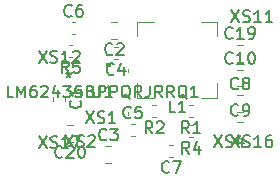
<source format=gbr>
G04 #@! TF.GenerationSoftware,KiCad,Pcbnew,(5.1.9)-1*
G04 #@! TF.CreationDate,2021-08-28T05:14:42+03:00*
G04 #@! TF.ProjectId,Strobe_Module,5374726f-6265-45f4-9d6f-64756c652e6b,0000*
G04 #@! TF.SameCoordinates,Original*
G04 #@! TF.FileFunction,Legend,Top*
G04 #@! TF.FilePolarity,Positive*
%FSLAX46Y46*%
G04 Gerber Fmt 4.6, Leading zero omitted, Abs format (unit mm)*
G04 Created by KiCad (PCBNEW (5.1.9)-1) date 2021-08-28 05:14:42*
%MOMM*%
%LPD*%
G01*
G04 APERTURE LIST*
%ADD10C,0.120000*%
%ADD11C,0.100000*%
%ADD12C,0.150000*%
G04 APERTURE END LIST*
D10*
X1038731000Y-1003416521D02*
X1038731000Y-1003742079D01*
X1039751000Y-1003416521D02*
X1039751000Y-1003742079D01*
X1044175478Y-998498200D02*
X1043658322Y-998498200D01*
X1044175478Y-997078200D02*
X1043658322Y-997078200D01*
X1043150322Y-1007593800D02*
X1043667478Y-1007593800D01*
X1043150322Y-1009013800D02*
X1043667478Y-1009013800D01*
X1044204279Y-1000203200D02*
X1043878721Y-1000203200D01*
X1044204279Y-999183200D02*
X1043878721Y-999183200D01*
X1054300922Y-1004695800D02*
X1054818078Y-1004695800D01*
X1054300922Y-1003275800D02*
X1054818078Y-1003275800D01*
X1054298622Y-1005511000D02*
X1054815778Y-1005511000D01*
X1054298622Y-1006931000D02*
X1054815778Y-1006931000D01*
X1054300922Y-1001116800D02*
X1054818078Y-1001116800D01*
X1054300922Y-1002536800D02*
X1054818078Y-1002536800D01*
X1050554279Y-1005130800D02*
X1050228721Y-1005130800D01*
X1050554279Y-1004110800D02*
X1050228721Y-1004110800D01*
X1047455479Y-1004110800D02*
X1047129921Y-1004110800D01*
X1047455479Y-1005130800D02*
X1047129921Y-1005130800D01*
X1050579879Y-1006858000D02*
X1050254321Y-1006858000D01*
X1050579879Y-1005838000D02*
X1050254321Y-1005838000D01*
X1040368879Y-1000025400D02*
X1040043321Y-1000025400D01*
X1040368879Y-999005400D02*
X1040043321Y-999005400D01*
X1045301121Y-1005711000D02*
X1045626679Y-1005711000D01*
X1045301121Y-1006731000D02*
X1045626679Y-1006731000D01*
X1040297321Y-997100400D02*
X1040622879Y-997100400D01*
X1040297321Y-998120400D02*
X1040622879Y-998120400D01*
X1048877879Y-1008483600D02*
X1048552321Y-1008483600D01*
X1048877879Y-1007463600D02*
X1048552321Y-1007463600D01*
X1045835400Y-997077400D02*
X1045835400Y-998277400D01*
X1045835400Y-997077400D02*
X1047235400Y-997077400D01*
X1052635400Y-997077400D02*
X1051235400Y-997077400D01*
X1052635400Y-997077400D02*
X1052635400Y-998277400D01*
X1052635400Y-1003477400D02*
X1052635400Y-1002277400D01*
X1045835400Y-1003477400D02*
X1045835400Y-1002277400D01*
X1052635400Y-1003477400D02*
X1051235400Y-1003477400D01*
X1045835400Y-1003477400D02*
X1047235400Y-1003477400D01*
X1054300922Y-999008600D02*
X1054818078Y-999008600D01*
X1054300922Y-1000428600D02*
X1054818078Y-1000428600D01*
X1040416278Y-1007210400D02*
X1039899122Y-1007210400D01*
X1040416278Y-1005790400D02*
X1039899122Y-1005790400D01*
X1045066099Y-1004699540D02*
X1045066099Y-1004944000D01*
X1045066099Y-1001083200D02*
X1045066099Y-1001327660D01*
D11*
G36*
X1043203898Y-1000804001D02*
G01*
X1043203898Y-1000550001D01*
X1043584898Y-1000550001D01*
X1043584898Y-1000804001D01*
X1043203898Y-1000804001D01*
G37*
X1043203898Y-1000804001D02*
X1043203898Y-1000550001D01*
X1043584898Y-1000550001D01*
X1043584898Y-1000804001D01*
X1043203898Y-1000804001D01*
D12*
X1041028142Y-1003745966D02*
X1041075761Y-1003793585D01*
X1041123380Y-1003936442D01*
X1041123380Y-1004031680D01*
X1041075761Y-1004174538D01*
X1040980523Y-1004269776D01*
X1040885285Y-1004317395D01*
X1040694809Y-1004365014D01*
X1040551952Y-1004365014D01*
X1040361476Y-1004317395D01*
X1040266238Y-1004269776D01*
X1040171000Y-1004174538D01*
X1040123380Y-1004031680D01*
X1040123380Y-1003936442D01*
X1040171000Y-1003793585D01*
X1040218619Y-1003745966D01*
X1041123380Y-1002793585D02*
X1041123380Y-1003365014D01*
X1041123380Y-1003079300D02*
X1040123380Y-1003079300D01*
X1040266238Y-1003174538D01*
X1040361476Y-1003269776D01*
X1040409095Y-1003365014D01*
X1043750233Y-999795342D02*
X1043702614Y-999842961D01*
X1043559757Y-999890580D01*
X1043464519Y-999890580D01*
X1043321661Y-999842961D01*
X1043226423Y-999747723D01*
X1043178804Y-999652485D01*
X1043131185Y-999462009D01*
X1043131185Y-999319152D01*
X1043178804Y-999128676D01*
X1043226423Y-999033438D01*
X1043321661Y-998938200D01*
X1043464519Y-998890580D01*
X1043559757Y-998890580D01*
X1043702614Y-998938200D01*
X1043750233Y-998985819D01*
X1044131185Y-998985819D02*
X1044178804Y-998938200D01*
X1044274042Y-998890580D01*
X1044512138Y-998890580D01*
X1044607376Y-998938200D01*
X1044654995Y-998985819D01*
X1044702614Y-999081057D01*
X1044702614Y-999176295D01*
X1044654995Y-999319152D01*
X1044083566Y-999890580D01*
X1044702614Y-999890580D01*
X1043242233Y-1007010942D02*
X1043194614Y-1007058561D01*
X1043051757Y-1007106180D01*
X1042956519Y-1007106180D01*
X1042813661Y-1007058561D01*
X1042718423Y-1006963323D01*
X1042670804Y-1006868085D01*
X1042623185Y-1006677609D01*
X1042623185Y-1006534752D01*
X1042670804Y-1006344276D01*
X1042718423Y-1006249038D01*
X1042813661Y-1006153800D01*
X1042956519Y-1006106180D01*
X1043051757Y-1006106180D01*
X1043194614Y-1006153800D01*
X1043242233Y-1006201419D01*
X1043575566Y-1006106180D02*
X1044194614Y-1006106180D01*
X1043861280Y-1006487133D01*
X1044004138Y-1006487133D01*
X1044099376Y-1006534752D01*
X1044146995Y-1006582371D01*
X1044194614Y-1006677609D01*
X1044194614Y-1006915704D01*
X1044146995Y-1007010942D01*
X1044099376Y-1007058561D01*
X1044004138Y-1007106180D01*
X1043718423Y-1007106180D01*
X1043623185Y-1007058561D01*
X1043575566Y-1007010942D01*
X1043874833Y-1001480342D02*
X1043827214Y-1001527961D01*
X1043684357Y-1001575580D01*
X1043589119Y-1001575580D01*
X1043446261Y-1001527961D01*
X1043351023Y-1001432723D01*
X1043303404Y-1001337485D01*
X1043255785Y-1001147009D01*
X1043255785Y-1001004152D01*
X1043303404Y-1000813676D01*
X1043351023Y-1000718438D01*
X1043446261Y-1000623200D01*
X1043589119Y-1000575580D01*
X1043684357Y-1000575580D01*
X1043827214Y-1000623200D01*
X1043874833Y-1000670819D01*
X1044731976Y-1000908914D02*
X1044731976Y-1001575580D01*
X1044493880Y-1000527961D02*
X1044255785Y-1001242247D01*
X1044874833Y-1001242247D01*
X1054392833Y-1002692942D02*
X1054345214Y-1002740561D01*
X1054202357Y-1002788180D01*
X1054107119Y-1002788180D01*
X1053964261Y-1002740561D01*
X1053869023Y-1002645323D01*
X1053821404Y-1002550085D01*
X1053773785Y-1002359609D01*
X1053773785Y-1002216752D01*
X1053821404Y-1002026276D01*
X1053869023Y-1001931038D01*
X1053964261Y-1001835800D01*
X1054107119Y-1001788180D01*
X1054202357Y-1001788180D01*
X1054345214Y-1001835800D01*
X1054392833Y-1001883419D01*
X1054964261Y-1002216752D02*
X1054869023Y-1002169133D01*
X1054821404Y-1002121514D01*
X1054773785Y-1002026276D01*
X1054773785Y-1001978657D01*
X1054821404Y-1001883419D01*
X1054869023Y-1001835800D01*
X1054964261Y-1001788180D01*
X1055154738Y-1001788180D01*
X1055249976Y-1001835800D01*
X1055297595Y-1001883419D01*
X1055345214Y-1001978657D01*
X1055345214Y-1002026276D01*
X1055297595Y-1002121514D01*
X1055249976Y-1002169133D01*
X1055154738Y-1002216752D01*
X1054964261Y-1002216752D01*
X1054869023Y-1002264371D01*
X1054821404Y-1002311990D01*
X1054773785Y-1002407228D01*
X1054773785Y-1002597704D01*
X1054821404Y-1002692942D01*
X1054869023Y-1002740561D01*
X1054964261Y-1002788180D01*
X1055154738Y-1002788180D01*
X1055249976Y-1002740561D01*
X1055297595Y-1002692942D01*
X1055345214Y-1002597704D01*
X1055345214Y-1002407228D01*
X1055297595Y-1002311990D01*
X1055249976Y-1002264371D01*
X1055154738Y-1002216752D01*
X1054390533Y-1004928142D02*
X1054342914Y-1004975761D01*
X1054200057Y-1005023380D01*
X1054104819Y-1005023380D01*
X1053961961Y-1004975761D01*
X1053866723Y-1004880523D01*
X1053819104Y-1004785285D01*
X1053771485Y-1004594809D01*
X1053771485Y-1004451952D01*
X1053819104Y-1004261476D01*
X1053866723Y-1004166238D01*
X1053961961Y-1004071000D01*
X1054104819Y-1004023380D01*
X1054200057Y-1004023380D01*
X1054342914Y-1004071000D01*
X1054390533Y-1004118619D01*
X1054866723Y-1005023380D02*
X1055057200Y-1005023380D01*
X1055152438Y-1004975761D01*
X1055200057Y-1004928142D01*
X1055295295Y-1004785285D01*
X1055342914Y-1004594809D01*
X1055342914Y-1004213857D01*
X1055295295Y-1004118619D01*
X1055247676Y-1004071000D01*
X1055152438Y-1004023380D01*
X1054961961Y-1004023380D01*
X1054866723Y-1004071000D01*
X1054819104Y-1004118619D01*
X1054771485Y-1004213857D01*
X1054771485Y-1004451952D01*
X1054819104Y-1004547190D01*
X1054866723Y-1004594809D01*
X1054961961Y-1004642428D01*
X1055152438Y-1004642428D01*
X1055247676Y-1004594809D01*
X1055295295Y-1004547190D01*
X1055342914Y-1004451952D01*
X1053916642Y-1000533942D02*
X1053869023Y-1000581561D01*
X1053726166Y-1000629180D01*
X1053630928Y-1000629180D01*
X1053488071Y-1000581561D01*
X1053392833Y-1000486323D01*
X1053345214Y-1000391085D01*
X1053297595Y-1000200609D01*
X1053297595Y-1000057752D01*
X1053345214Y-999867276D01*
X1053392833Y-999772038D01*
X1053488071Y-999676800D01*
X1053630928Y-999629180D01*
X1053726166Y-999629180D01*
X1053869023Y-999676800D01*
X1053916642Y-999724419D01*
X1054869023Y-1000629180D02*
X1054297595Y-1000629180D01*
X1054583309Y-1000629180D02*
X1054583309Y-999629180D01*
X1054488071Y-999772038D01*
X1054392833Y-999867276D01*
X1054297595Y-999914895D01*
X1055488071Y-999629180D02*
X1055583309Y-999629180D01*
X1055678547Y-999676800D01*
X1055726166Y-999724419D01*
X1055773785Y-999819657D01*
X1055821404Y-1000010133D01*
X1055821404Y-1000248228D01*
X1055773785Y-1000438704D01*
X1055726166Y-1000533942D01*
X1055678547Y-1000581561D01*
X1055583309Y-1000629180D01*
X1055488071Y-1000629180D01*
X1055392833Y-1000581561D01*
X1055345214Y-1000533942D01*
X1055297595Y-1000438704D01*
X1055249976Y-1000248228D01*
X1055249976Y-1000010133D01*
X1055297595Y-999819657D01*
X1055345214Y-999724419D01*
X1055392833Y-999676800D01*
X1055488071Y-999629180D01*
X1050224833Y-1006503180D02*
X1049891500Y-1006026990D01*
X1049653404Y-1006503180D02*
X1049653404Y-1005503180D01*
X1050034357Y-1005503180D01*
X1050129595Y-1005550800D01*
X1050177214Y-1005598419D01*
X1050224833Y-1005693657D01*
X1050224833Y-1005836514D01*
X1050177214Y-1005931752D01*
X1050129595Y-1005979371D01*
X1050034357Y-1006026990D01*
X1049653404Y-1006026990D01*
X1051177214Y-1006503180D02*
X1050605785Y-1006503180D01*
X1050891500Y-1006503180D02*
X1050891500Y-1005503180D01*
X1050796261Y-1005646038D01*
X1050701023Y-1005741276D01*
X1050605785Y-1005788895D01*
X1047126033Y-1006503180D02*
X1046792700Y-1006026990D01*
X1046554604Y-1006503180D02*
X1046554604Y-1005503180D01*
X1046935557Y-1005503180D01*
X1047030795Y-1005550800D01*
X1047078414Y-1005598419D01*
X1047126033Y-1005693657D01*
X1047126033Y-1005836514D01*
X1047078414Y-1005931752D01*
X1047030795Y-1005979371D01*
X1046935557Y-1006026990D01*
X1046554604Y-1006026990D01*
X1047506985Y-1005598419D02*
X1047554604Y-1005550800D01*
X1047649842Y-1005503180D01*
X1047887938Y-1005503180D01*
X1047983176Y-1005550800D01*
X1048030795Y-1005598419D01*
X1048078414Y-1005693657D01*
X1048078414Y-1005788895D01*
X1048030795Y-1005931752D01*
X1047459366Y-1006503180D01*
X1048078414Y-1006503180D01*
X1050250433Y-1008230380D02*
X1049917100Y-1007754190D01*
X1049679004Y-1008230380D02*
X1049679004Y-1007230380D01*
X1050059957Y-1007230380D01*
X1050155195Y-1007278000D01*
X1050202814Y-1007325619D01*
X1050250433Y-1007420857D01*
X1050250433Y-1007563714D01*
X1050202814Y-1007658952D01*
X1050155195Y-1007706571D01*
X1050059957Y-1007754190D01*
X1049679004Y-1007754190D01*
X1051107576Y-1007563714D02*
X1051107576Y-1008230380D01*
X1050869480Y-1007182761D02*
X1050631385Y-1007897047D01*
X1051250433Y-1007897047D01*
X1040039433Y-1001397780D02*
X1039706100Y-1000921590D01*
X1039468004Y-1001397780D02*
X1039468004Y-1000397780D01*
X1039848957Y-1000397780D01*
X1039944195Y-1000445400D01*
X1039991814Y-1000493019D01*
X1040039433Y-1000588257D01*
X1040039433Y-1000731114D01*
X1039991814Y-1000826352D01*
X1039944195Y-1000873971D01*
X1039848957Y-1000921590D01*
X1039468004Y-1000921590D01*
X1040944195Y-1000397780D02*
X1040468004Y-1000397780D01*
X1040420385Y-1000873971D01*
X1040468004Y-1000826352D01*
X1040563242Y-1000778733D01*
X1040801338Y-1000778733D01*
X1040896576Y-1000826352D01*
X1040944195Y-1000873971D01*
X1040991814Y-1000969209D01*
X1040991814Y-1001207304D01*
X1040944195Y-1001302542D01*
X1040896576Y-1001350161D01*
X1040801338Y-1001397780D01*
X1040563242Y-1001397780D01*
X1040468004Y-1001350161D01*
X1040420385Y-1001302542D01*
X1045297233Y-1005148142D02*
X1045249614Y-1005195761D01*
X1045106757Y-1005243380D01*
X1045011519Y-1005243380D01*
X1044868661Y-1005195761D01*
X1044773423Y-1005100523D01*
X1044725804Y-1005005285D01*
X1044678185Y-1004814809D01*
X1044678185Y-1004671952D01*
X1044725804Y-1004481476D01*
X1044773423Y-1004386238D01*
X1044868661Y-1004291000D01*
X1045011519Y-1004243380D01*
X1045106757Y-1004243380D01*
X1045249614Y-1004291000D01*
X1045297233Y-1004338619D01*
X1046201995Y-1004243380D02*
X1045725804Y-1004243380D01*
X1045678185Y-1004719571D01*
X1045725804Y-1004671952D01*
X1045821042Y-1004624333D01*
X1046059138Y-1004624333D01*
X1046154376Y-1004671952D01*
X1046201995Y-1004719571D01*
X1046249614Y-1004814809D01*
X1046249614Y-1005052904D01*
X1046201995Y-1005148142D01*
X1046154376Y-1005195761D01*
X1046059138Y-1005243380D01*
X1045821042Y-1005243380D01*
X1045725804Y-1005195761D01*
X1045678185Y-1005148142D01*
X1041485885Y-1004649580D02*
X1042152552Y-1005649580D01*
X1042152552Y-1004649580D02*
X1041485885Y-1005649580D01*
X1042485885Y-1005601961D02*
X1042628742Y-1005649580D01*
X1042866838Y-1005649580D01*
X1042962076Y-1005601961D01*
X1043009695Y-1005554342D01*
X1043057314Y-1005459104D01*
X1043057314Y-1005363866D01*
X1043009695Y-1005268628D01*
X1042962076Y-1005221009D01*
X1042866838Y-1005173390D01*
X1042676361Y-1005125771D01*
X1042581123Y-1005078152D01*
X1042533504Y-1005030533D01*
X1042485885Y-1004935295D01*
X1042485885Y-1004840057D01*
X1042533504Y-1004744819D01*
X1042581123Y-1004697200D01*
X1042676361Y-1004649580D01*
X1042914457Y-1004649580D01*
X1043057314Y-1004697200D01*
X1044009695Y-1005649580D02*
X1043438266Y-1005649580D01*
X1043723980Y-1005649580D02*
X1043723980Y-1004649580D01*
X1043628742Y-1004792438D01*
X1043533504Y-1004887676D01*
X1043438266Y-1004935295D01*
X1039733285Y-1006656180D02*
X1040399952Y-1007656180D01*
X1040399952Y-1006656180D02*
X1039733285Y-1007656180D01*
X1040733285Y-1007608561D02*
X1040876142Y-1007656180D01*
X1041114238Y-1007656180D01*
X1041209476Y-1007608561D01*
X1041257095Y-1007560942D01*
X1041304714Y-1007465704D01*
X1041304714Y-1007370466D01*
X1041257095Y-1007275228D01*
X1041209476Y-1007227609D01*
X1041114238Y-1007179990D01*
X1040923761Y-1007132371D01*
X1040828523Y-1007084752D01*
X1040780904Y-1007037133D01*
X1040733285Y-1006941895D01*
X1040733285Y-1006846657D01*
X1040780904Y-1006751419D01*
X1040828523Y-1006703800D01*
X1040923761Y-1006656180D01*
X1041161857Y-1006656180D01*
X1041304714Y-1006703800D01*
X1041685666Y-1006751419D02*
X1041733285Y-1006703800D01*
X1041828523Y-1006656180D01*
X1042066619Y-1006656180D01*
X1042161857Y-1006703800D01*
X1042209476Y-1006751419D01*
X1042257095Y-1006846657D01*
X1042257095Y-1006941895D01*
X1042209476Y-1007084752D01*
X1041638047Y-1007656180D01*
X1042257095Y-1007656180D01*
X1052331685Y-1006681580D02*
X1052998352Y-1007681580D01*
X1052998352Y-1006681580D02*
X1052331685Y-1007681580D01*
X1053331685Y-1007633961D02*
X1053474542Y-1007681580D01*
X1053712638Y-1007681580D01*
X1053807876Y-1007633961D01*
X1053855495Y-1007586342D01*
X1053903114Y-1007491104D01*
X1053903114Y-1007395866D01*
X1053855495Y-1007300628D01*
X1053807876Y-1007253009D01*
X1053712638Y-1007205390D01*
X1053522161Y-1007157771D01*
X1053426923Y-1007110152D01*
X1053379304Y-1007062533D01*
X1053331685Y-1006967295D01*
X1053331685Y-1006872057D01*
X1053379304Y-1006776819D01*
X1053426923Y-1006729200D01*
X1053522161Y-1006681580D01*
X1053760257Y-1006681580D01*
X1053903114Y-1006729200D01*
X1054760257Y-1007014914D02*
X1054760257Y-1007681580D01*
X1054522161Y-1006633961D02*
X1054284066Y-1007348247D01*
X1054903114Y-1007348247D01*
X1053811295Y-996089780D02*
X1054477961Y-997089780D01*
X1054477961Y-996089780D02*
X1053811295Y-997089780D01*
X1054811295Y-997042161D02*
X1054954152Y-997089780D01*
X1055192247Y-997089780D01*
X1055287485Y-997042161D01*
X1055335104Y-996994542D01*
X1055382723Y-996899304D01*
X1055382723Y-996804066D01*
X1055335104Y-996708828D01*
X1055287485Y-996661209D01*
X1055192247Y-996613590D01*
X1055001771Y-996565971D01*
X1054906533Y-996518352D01*
X1054858914Y-996470733D01*
X1054811295Y-996375495D01*
X1054811295Y-996280257D01*
X1054858914Y-996185019D01*
X1054906533Y-996137400D01*
X1055001771Y-996089780D01*
X1055239866Y-996089780D01*
X1055382723Y-996137400D01*
X1056335104Y-997089780D02*
X1055763676Y-997089780D01*
X1056049390Y-997089780D02*
X1056049390Y-996089780D01*
X1055954152Y-996232638D01*
X1055858914Y-996327876D01*
X1055763676Y-996375495D01*
X1057287485Y-997089780D02*
X1056716057Y-997089780D01*
X1057001771Y-997089780D02*
X1057001771Y-996089780D01*
X1056906533Y-996232638D01*
X1056811295Y-996327876D01*
X1056716057Y-996375495D01*
X1037504495Y-999518780D02*
X1038171161Y-1000518780D01*
X1038171161Y-999518780D02*
X1037504495Y-1000518780D01*
X1038504495Y-1000471161D02*
X1038647352Y-1000518780D01*
X1038885447Y-1000518780D01*
X1038980685Y-1000471161D01*
X1039028304Y-1000423542D01*
X1039075923Y-1000328304D01*
X1039075923Y-1000233066D01*
X1039028304Y-1000137828D01*
X1038980685Y-1000090209D01*
X1038885447Y-1000042590D01*
X1038694971Y-999994971D01*
X1038599733Y-999947352D01*
X1038552114Y-999899733D01*
X1038504495Y-999804495D01*
X1038504495Y-999709257D01*
X1038552114Y-999614019D01*
X1038599733Y-999566400D01*
X1038694971Y-999518780D01*
X1038933066Y-999518780D01*
X1039075923Y-999566400D01*
X1040028304Y-1000518780D02*
X1039456876Y-1000518780D01*
X1039742590Y-1000518780D02*
X1039742590Y-999518780D01*
X1039647352Y-999661638D01*
X1039552114Y-999756876D01*
X1039456876Y-999804495D01*
X1040409257Y-999614019D02*
X1040456876Y-999566400D01*
X1040552114Y-999518780D01*
X1040790209Y-999518780D01*
X1040885447Y-999566400D01*
X1040933066Y-999614019D01*
X1040980685Y-999709257D01*
X1040980685Y-999804495D01*
X1040933066Y-999947352D01*
X1040361638Y-1000518780D01*
X1040980685Y-1000518780D01*
X1053811295Y-1006681580D02*
X1054477961Y-1007681580D01*
X1054477961Y-1006681580D02*
X1053811295Y-1007681580D01*
X1054811295Y-1007633961D02*
X1054954152Y-1007681580D01*
X1055192247Y-1007681580D01*
X1055287485Y-1007633961D01*
X1055335104Y-1007586342D01*
X1055382723Y-1007491104D01*
X1055382723Y-1007395866D01*
X1055335104Y-1007300628D01*
X1055287485Y-1007253009D01*
X1055192247Y-1007205390D01*
X1055001771Y-1007157771D01*
X1054906533Y-1007110152D01*
X1054858914Y-1007062533D01*
X1054811295Y-1006967295D01*
X1054811295Y-1006872057D01*
X1054858914Y-1006776819D01*
X1054906533Y-1006729200D01*
X1055001771Y-1006681580D01*
X1055239866Y-1006681580D01*
X1055382723Y-1006729200D01*
X1056335104Y-1007681580D02*
X1055763676Y-1007681580D01*
X1056049390Y-1007681580D02*
X1056049390Y-1006681580D01*
X1055954152Y-1006824438D01*
X1055858914Y-1006919676D01*
X1055763676Y-1006967295D01*
X1057192247Y-1006681580D02*
X1057001771Y-1006681580D01*
X1056906533Y-1006729200D01*
X1056858914Y-1006776819D01*
X1056763676Y-1006919676D01*
X1056716057Y-1007110152D01*
X1056716057Y-1007491104D01*
X1056763676Y-1007586342D01*
X1056811295Y-1007633961D01*
X1056906533Y-1007681580D01*
X1057097009Y-1007681580D01*
X1057192247Y-1007633961D01*
X1057239866Y-1007586342D01*
X1057287485Y-1007491104D01*
X1057287485Y-1007253009D01*
X1057239866Y-1007157771D01*
X1057192247Y-1007110152D01*
X1057097009Y-1007062533D01*
X1056906533Y-1007062533D01*
X1056811295Y-1007110152D01*
X1056763676Y-1007157771D01*
X1056716057Y-1007253009D01*
X1037504495Y-1006732180D02*
X1038171161Y-1007732180D01*
X1038171161Y-1006732180D02*
X1037504495Y-1007732180D01*
X1038504495Y-1007684561D02*
X1038647352Y-1007732180D01*
X1038885447Y-1007732180D01*
X1038980685Y-1007684561D01*
X1039028304Y-1007636942D01*
X1039075923Y-1007541704D01*
X1039075923Y-1007446466D01*
X1039028304Y-1007351228D01*
X1038980685Y-1007303609D01*
X1038885447Y-1007255990D01*
X1038694971Y-1007208371D01*
X1038599733Y-1007160752D01*
X1038552114Y-1007113133D01*
X1038504495Y-1007017895D01*
X1038504495Y-1006922657D01*
X1038552114Y-1006827419D01*
X1038599733Y-1006779800D01*
X1038694971Y-1006732180D01*
X1038933066Y-1006732180D01*
X1039075923Y-1006779800D01*
X1040028304Y-1007732180D02*
X1039456876Y-1007732180D01*
X1039742590Y-1007732180D02*
X1039742590Y-1006732180D01*
X1039647352Y-1006875038D01*
X1039552114Y-1006970276D01*
X1039456876Y-1007017895D01*
X1040361638Y-1006732180D02*
X1041028304Y-1006732180D01*
X1040599733Y-1007732180D01*
X1040293433Y-996537542D02*
X1040245814Y-996585161D01*
X1040102957Y-996632780D01*
X1040007719Y-996632780D01*
X1039864861Y-996585161D01*
X1039769623Y-996489923D01*
X1039722004Y-996394685D01*
X1039674385Y-996204209D01*
X1039674385Y-996061352D01*
X1039722004Y-995870876D01*
X1039769623Y-995775638D01*
X1039864861Y-995680400D01*
X1040007719Y-995632780D01*
X1040102957Y-995632780D01*
X1040245814Y-995680400D01*
X1040293433Y-995728019D01*
X1041150576Y-995632780D02*
X1040960100Y-995632780D01*
X1040864861Y-995680400D01*
X1040817242Y-995728019D01*
X1040722004Y-995870876D01*
X1040674385Y-996061352D01*
X1040674385Y-996442304D01*
X1040722004Y-996537542D01*
X1040769623Y-996585161D01*
X1040864861Y-996632780D01*
X1041055338Y-996632780D01*
X1041150576Y-996585161D01*
X1041198195Y-996537542D01*
X1041245814Y-996442304D01*
X1041245814Y-996204209D01*
X1041198195Y-996108971D01*
X1041150576Y-996061352D01*
X1041055338Y-996013733D01*
X1040864861Y-996013733D01*
X1040769623Y-996061352D01*
X1040722004Y-996108971D01*
X1040674385Y-996204209D01*
X1048548433Y-1009760742D02*
X1048500814Y-1009808361D01*
X1048357957Y-1009855980D01*
X1048262719Y-1009855980D01*
X1048119861Y-1009808361D01*
X1048024623Y-1009713123D01*
X1047977004Y-1009617885D01*
X1047929385Y-1009427409D01*
X1047929385Y-1009284552D01*
X1047977004Y-1009094076D01*
X1048024623Y-1008998838D01*
X1048119861Y-1008903600D01*
X1048262719Y-1008855980D01*
X1048357957Y-1008855980D01*
X1048500814Y-1008903600D01*
X1048548433Y-1008951219D01*
X1048881766Y-1008855980D02*
X1049548433Y-1008855980D01*
X1049119861Y-1009855980D01*
X1049068733Y-1004729780D02*
X1048592542Y-1004729780D01*
X1048592542Y-1003729780D01*
X1049925876Y-1004729780D02*
X1049354447Y-1004729780D01*
X1049640161Y-1004729780D02*
X1049640161Y-1003729780D01*
X1049544923Y-1003872638D01*
X1049449685Y-1003967876D01*
X1049354447Y-1004015495D01*
X1053916642Y-998425742D02*
X1053869023Y-998473361D01*
X1053726166Y-998520980D01*
X1053630928Y-998520980D01*
X1053488071Y-998473361D01*
X1053392833Y-998378123D01*
X1053345214Y-998282885D01*
X1053297595Y-998092409D01*
X1053297595Y-997949552D01*
X1053345214Y-997759076D01*
X1053392833Y-997663838D01*
X1053488071Y-997568600D01*
X1053630928Y-997520980D01*
X1053726166Y-997520980D01*
X1053869023Y-997568600D01*
X1053916642Y-997616219D01*
X1054869023Y-998520980D02*
X1054297595Y-998520980D01*
X1054583309Y-998520980D02*
X1054583309Y-997520980D01*
X1054488071Y-997663838D01*
X1054392833Y-997759076D01*
X1054297595Y-997806695D01*
X1055345214Y-998520980D02*
X1055535690Y-998520980D01*
X1055630928Y-998473361D01*
X1055678547Y-998425742D01*
X1055773785Y-998282885D01*
X1055821404Y-998092409D01*
X1055821404Y-997711457D01*
X1055773785Y-997616219D01*
X1055726166Y-997568600D01*
X1055630928Y-997520980D01*
X1055440452Y-997520980D01*
X1055345214Y-997568600D01*
X1055297595Y-997616219D01*
X1055249976Y-997711457D01*
X1055249976Y-997949552D01*
X1055297595Y-998044790D01*
X1055345214Y-998092409D01*
X1055440452Y-998140028D01*
X1055630928Y-998140028D01*
X1055726166Y-998092409D01*
X1055773785Y-998044790D01*
X1055821404Y-997949552D01*
X1039514842Y-1008507542D02*
X1039467223Y-1008555161D01*
X1039324366Y-1008602780D01*
X1039229128Y-1008602780D01*
X1039086271Y-1008555161D01*
X1038991033Y-1008459923D01*
X1038943414Y-1008364685D01*
X1038895795Y-1008174209D01*
X1038895795Y-1008031352D01*
X1038943414Y-1007840876D01*
X1038991033Y-1007745638D01*
X1039086271Y-1007650400D01*
X1039229128Y-1007602780D01*
X1039324366Y-1007602780D01*
X1039467223Y-1007650400D01*
X1039514842Y-1007698019D01*
X1039895795Y-1007698019D02*
X1039943414Y-1007650400D01*
X1040038652Y-1007602780D01*
X1040276747Y-1007602780D01*
X1040371985Y-1007650400D01*
X1040419604Y-1007698019D01*
X1040467223Y-1007793257D01*
X1040467223Y-1007888495D01*
X1040419604Y-1008031352D01*
X1039848176Y-1008602780D01*
X1040467223Y-1008602780D01*
X1041086271Y-1007602780D02*
X1041181509Y-1007602780D01*
X1041276747Y-1007650400D01*
X1041324366Y-1007698019D01*
X1041371985Y-1007793257D01*
X1041419604Y-1007983733D01*
X1041419604Y-1008221828D01*
X1041371985Y-1008412304D01*
X1041324366Y-1008507542D01*
X1041276747Y-1008555161D01*
X1041181509Y-1008602780D01*
X1041086271Y-1008602780D01*
X1040991033Y-1008555161D01*
X1040943414Y-1008507542D01*
X1040895795Y-1008412304D01*
X1040848176Y-1008221828D01*
X1040848176Y-1007983733D01*
X1040895795Y-1007793257D01*
X1040943414Y-1007698019D01*
X1040991033Y-1007650400D01*
X1041086271Y-1007602780D01*
X1042132494Y-1002465980D02*
X1042132494Y-1003275504D01*
X1042180113Y-1003370742D01*
X1042227732Y-1003418361D01*
X1042322970Y-1003465980D01*
X1042513446Y-1003465980D01*
X1042608684Y-1003418361D01*
X1042656303Y-1003370742D01*
X1042703922Y-1003275504D01*
X1042703922Y-1002465980D01*
X1043703922Y-1003465980D02*
X1043132494Y-1003465980D01*
X1043418208Y-1003465980D02*
X1043418208Y-1002465980D01*
X1043322970Y-1002608838D01*
X1043227732Y-1002704076D01*
X1043132494Y-1002751695D01*
X1035346779Y-1003465980D02*
X1034870589Y-1003465980D01*
X1034870589Y-1002465980D01*
X1035680113Y-1003465980D02*
X1035680113Y-1002465980D01*
X1036013446Y-1003180266D01*
X1036346779Y-1002465980D01*
X1036346779Y-1003465980D01*
X1037251541Y-1002465980D02*
X1037061065Y-1002465980D01*
X1036965827Y-1002513600D01*
X1036918208Y-1002561219D01*
X1036822970Y-1002704076D01*
X1036775351Y-1002894552D01*
X1036775351Y-1003275504D01*
X1036822970Y-1003370742D01*
X1036870589Y-1003418361D01*
X1036965827Y-1003465980D01*
X1037156303Y-1003465980D01*
X1037251541Y-1003418361D01*
X1037299160Y-1003370742D01*
X1037346779Y-1003275504D01*
X1037346779Y-1003037409D01*
X1037299160Y-1002942171D01*
X1037251541Y-1002894552D01*
X1037156303Y-1002846933D01*
X1036965827Y-1002846933D01*
X1036870589Y-1002894552D01*
X1036822970Y-1002942171D01*
X1036775351Y-1003037409D01*
X1037727732Y-1002561219D02*
X1037775351Y-1002513600D01*
X1037870589Y-1002465980D01*
X1038108684Y-1002465980D01*
X1038203922Y-1002513600D01*
X1038251541Y-1002561219D01*
X1038299160Y-1002656457D01*
X1038299160Y-1002751695D01*
X1038251541Y-1002894552D01*
X1037680113Y-1003465980D01*
X1038299160Y-1003465980D01*
X1039156303Y-1002799314D02*
X1039156303Y-1003465980D01*
X1038918208Y-1002418361D02*
X1038680113Y-1003132647D01*
X1039299160Y-1003132647D01*
X1039584875Y-1002465980D02*
X1040203922Y-1002465980D01*
X1039870589Y-1002846933D01*
X1040013446Y-1002846933D01*
X1040108684Y-1002894552D01*
X1040156303Y-1002942171D01*
X1040203922Y-1003037409D01*
X1040203922Y-1003275504D01*
X1040156303Y-1003370742D01*
X1040108684Y-1003418361D01*
X1040013446Y-1003465980D01*
X1039727732Y-1003465980D01*
X1039632494Y-1003418361D01*
X1039584875Y-1003370742D01*
X1041108684Y-1002465980D02*
X1040632494Y-1002465980D01*
X1040584875Y-1002942171D01*
X1040632494Y-1002894552D01*
X1040727732Y-1002846933D01*
X1040965827Y-1002846933D01*
X1041061065Y-1002894552D01*
X1041108684Y-1002942171D01*
X1041156303Y-1003037409D01*
X1041156303Y-1003275504D01*
X1041108684Y-1003370742D01*
X1041061065Y-1003418361D01*
X1040965827Y-1003465980D01*
X1040727732Y-1003465980D01*
X1040632494Y-1003418361D01*
X1040584875Y-1003370742D01*
X1041918208Y-1002942171D02*
X1042061065Y-1002989790D01*
X1042108684Y-1003037409D01*
X1042156303Y-1003132647D01*
X1042156303Y-1003275504D01*
X1042108684Y-1003370742D01*
X1042061065Y-1003418361D01*
X1041965827Y-1003465980D01*
X1041584875Y-1003465980D01*
X1041584875Y-1002465980D01*
X1041918208Y-1002465980D01*
X1042013446Y-1002513600D01*
X1042061065Y-1002561219D01*
X1042108684Y-1002656457D01*
X1042108684Y-1002751695D01*
X1042061065Y-1002846933D01*
X1042013446Y-1002894552D01*
X1041918208Y-1002942171D01*
X1041584875Y-1002942171D01*
X1042584875Y-1003465980D02*
X1042584875Y-1002465980D01*
X1042965827Y-1002465980D01*
X1043061065Y-1002513600D01*
X1043108684Y-1002561219D01*
X1043156303Y-1002656457D01*
X1043156303Y-1002799314D01*
X1043108684Y-1002894552D01*
X1043061065Y-1002942171D01*
X1042965827Y-1002989790D01*
X1042584875Y-1002989790D01*
X1043584875Y-1003465980D02*
X1043584875Y-1002465980D01*
X1043965827Y-1002465980D01*
X1044061065Y-1002513600D01*
X1044108684Y-1002561219D01*
X1044156303Y-1002656457D01*
X1044156303Y-1002799314D01*
X1044108684Y-1002894552D01*
X1044061065Y-1002942171D01*
X1043965827Y-1002989790D01*
X1043584875Y-1002989790D01*
X1045251541Y-1003561219D02*
X1045156303Y-1003513600D01*
X1045061065Y-1003418361D01*
X1044918208Y-1003275504D01*
X1044822970Y-1003227885D01*
X1044727732Y-1003227885D01*
X1044775351Y-1003465980D02*
X1044680113Y-1003418361D01*
X1044584875Y-1003323123D01*
X1044537256Y-1003132647D01*
X1044537256Y-1002799314D01*
X1044584875Y-1002608838D01*
X1044680113Y-1002513600D01*
X1044775351Y-1002465980D01*
X1044965827Y-1002465980D01*
X1045061065Y-1002513600D01*
X1045156303Y-1002608838D01*
X1045203922Y-1002799314D01*
X1045203922Y-1003132647D01*
X1045156303Y-1003323123D01*
X1045061065Y-1003418361D01*
X1044965827Y-1003465980D01*
X1044775351Y-1003465980D01*
X1046203922Y-1003465980D02*
X1045870589Y-1002989790D01*
X1045632494Y-1003465980D02*
X1045632494Y-1002465980D01*
X1046013446Y-1002465980D01*
X1046108684Y-1002513600D01*
X1046156303Y-1002561219D01*
X1046203922Y-1002656457D01*
X1046203922Y-1002799314D01*
X1046156303Y-1002894552D01*
X1046108684Y-1002942171D01*
X1046013446Y-1002989790D01*
X1045632494Y-1002989790D01*
X1046918208Y-1002465980D02*
X1046918208Y-1003180266D01*
X1046870589Y-1003323123D01*
X1046775351Y-1003418361D01*
X1046632494Y-1003465980D01*
X1046537256Y-1003465980D01*
X1047965827Y-1003465980D02*
X1047632494Y-1002989790D01*
X1047394399Y-1003465980D02*
X1047394399Y-1002465980D01*
X1047775351Y-1002465980D01*
X1047870589Y-1002513600D01*
X1047918208Y-1002561219D01*
X1047965827Y-1002656457D01*
X1047965827Y-1002799314D01*
X1047918208Y-1002894552D01*
X1047870589Y-1002942171D01*
X1047775351Y-1002989790D01*
X1047394399Y-1002989790D01*
X1048965827Y-1003465980D02*
X1048632494Y-1002989790D01*
X1048394399Y-1003465980D02*
X1048394399Y-1002465980D01*
X1048775351Y-1002465980D01*
X1048870589Y-1002513600D01*
X1048918208Y-1002561219D01*
X1048965827Y-1002656457D01*
X1048965827Y-1002799314D01*
X1048918208Y-1002894552D01*
X1048870589Y-1002942171D01*
X1048775351Y-1002989790D01*
X1048394399Y-1002989790D01*
X1050061065Y-1003561219D02*
X1049965827Y-1003513600D01*
X1049870589Y-1003418361D01*
X1049727732Y-1003275504D01*
X1049632494Y-1003227885D01*
X1049537256Y-1003227885D01*
X1049584875Y-1003465980D02*
X1049489637Y-1003418361D01*
X1049394399Y-1003323123D01*
X1049346779Y-1003132647D01*
X1049346779Y-1002799314D01*
X1049394399Y-1002608838D01*
X1049489637Y-1002513600D01*
X1049584875Y-1002465980D01*
X1049775351Y-1002465980D01*
X1049870589Y-1002513600D01*
X1049965827Y-1002608838D01*
X1050013446Y-1002799314D01*
X1050013446Y-1003132647D01*
X1049965827Y-1003323123D01*
X1049870589Y-1003418361D01*
X1049775351Y-1003465980D01*
X1049584875Y-1003465980D01*
X1050965827Y-1003465980D02*
X1050394399Y-1003465980D01*
X1050680113Y-1003465980D02*
X1050680113Y-1002465980D01*
X1050584875Y-1002608838D01*
X1050489637Y-1002704076D01*
X1050394399Y-1002751695D01*
X1040053799Y-1001297480D02*
X1040053799Y-1001535576D01*
X1039815703Y-1001440338D02*
X1040053799Y-1001535576D01*
X1040291894Y-1001440338D01*
X1039910941Y-1001726052D02*
X1040053799Y-1001535576D01*
X1040196656Y-1001726052D01*
X1040053799Y-1001297480D02*
X1040053799Y-1001535576D01*
X1039815703Y-1001440338D02*
X1040053799Y-1001535576D01*
X1040291894Y-1001440338D01*
X1039910941Y-1001726052D02*
X1040053799Y-1001535576D01*
X1040196656Y-1001726052D01*
M02*

</source>
